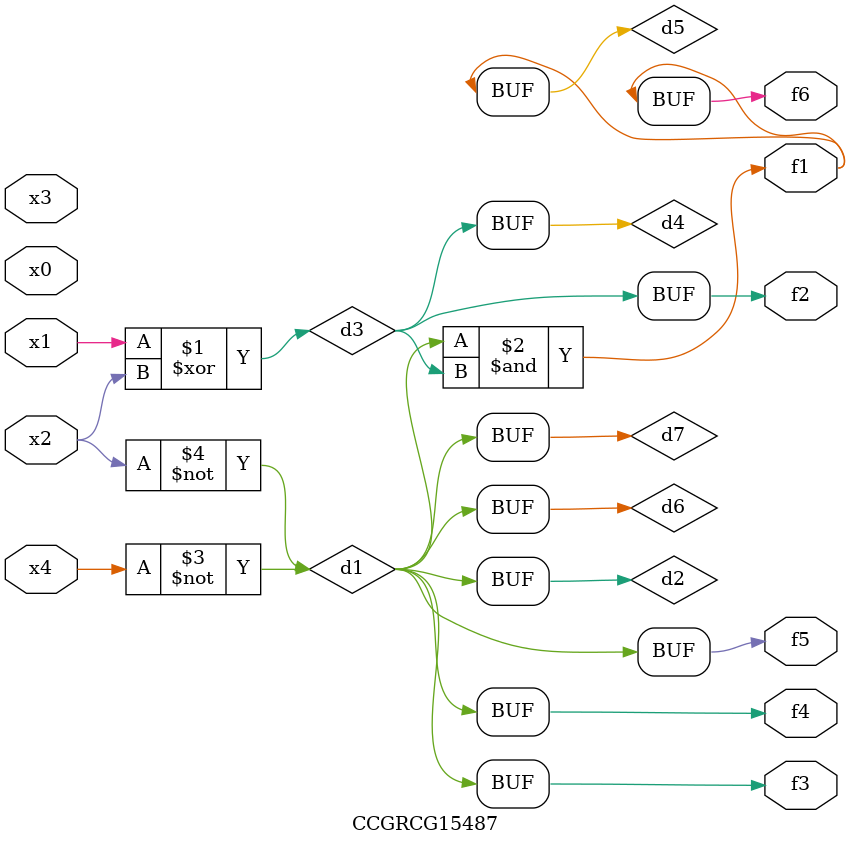
<source format=v>
module CCGRCG15487(
	input x0, x1, x2, x3, x4,
	output f1, f2, f3, f4, f5, f6
);

	wire d1, d2, d3, d4, d5, d6, d7;

	not (d1, x4);
	not (d2, x2);
	xor (d3, x1, x2);
	buf (d4, d3);
	and (d5, d1, d3);
	buf (d6, d1, d2);
	buf (d7, d2);
	assign f1 = d5;
	assign f2 = d4;
	assign f3 = d7;
	assign f4 = d7;
	assign f5 = d7;
	assign f6 = d5;
endmodule

</source>
